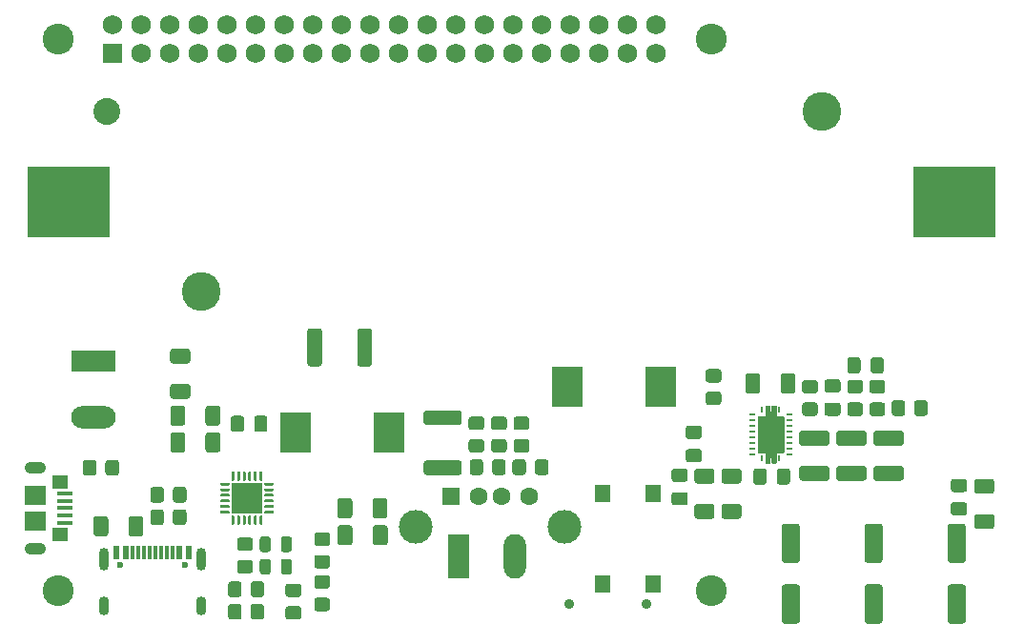
<source format=gbr>
%TF.GenerationSoftware,KiCad,Pcbnew,5.1.10-88a1d61d58~90~ubuntu20.04.1*%
%TF.CreationDate,2021-08-05T17:18:09+03:00*%
%TF.ProjectId,PiUPS,50695550-532e-46b6-9963-61645f706362,rev?*%
%TF.SameCoordinates,Original*%
%TF.FileFunction,Soldermask,Top*%
%TF.FilePolarity,Negative*%
%FSLAX46Y46*%
G04 Gerber Fmt 4.6, Leading zero omitted, Abs format (unit mm)*
G04 Created by KiCad (PCBNEW 5.1.10-88a1d61d58~90~ubuntu20.04.1) date 2021-08-05 17:18:09*
%MOMM*%
%LPD*%
G01*
G04 APERTURE LIST*
%ADD10C,0.010000*%
%ADD11C,0.300000*%
%ADD12R,2.050000X3.050000*%
%ADD13R,0.600000X0.240000*%
%ADD14R,0.240000X0.600000*%
%ADD15R,2.700000X2.700000*%
%ADD16C,0.900000*%
%ADD17R,1.400000X1.600000*%
%ADD18R,2.700000X3.600000*%
%ADD19C,1.750000*%
%ADD20R,1.750000X1.750000*%
%ADD21C,2.750000*%
%ADD22O,1.980000X3.960000*%
%ADD23R,1.980000X3.960000*%
%ADD24C,1.600000*%
%ADD25R,1.600000X1.600000*%
%ADD26C,3.000000*%
%ADD27O,3.960000X1.980000*%
%ADD28R,3.960000X1.980000*%
%ADD29R,1.450000X1.150000*%
%ADD30O,1.900000X1.050000*%
%ADD31R,1.900000X1.750000*%
%ADD32R,1.400000X0.400000*%
%ADD33R,0.600000X1.160000*%
%ADD34C,0.600000*%
%ADD35R,0.300000X1.160000*%
%ADD36O,0.900000X1.700000*%
%ADD37O,0.900000X2.000000*%
%ADD38C,2.390000*%
%ADD39C,3.450000*%
%ADD40R,7.340000X6.350000*%
G04 APERTURE END LIST*
D10*
%TO.C,U3*%
G36*
X132698000Y-104398000D02*
G01*
X132698000Y-103625000D01*
X132698208Y-103617045D01*
X132698833Y-103609112D01*
X132699871Y-103601222D01*
X132701322Y-103593397D01*
X132703179Y-103585660D01*
X132705439Y-103578029D01*
X132708096Y-103570528D01*
X132711141Y-103563176D01*
X132714567Y-103555993D01*
X132718364Y-103549000D01*
X132722522Y-103542215D01*
X132727029Y-103535657D01*
X132731874Y-103529343D01*
X132737042Y-103523292D01*
X132742520Y-103517520D01*
X132748292Y-103512042D01*
X132754343Y-103506874D01*
X132760657Y-103502029D01*
X132767215Y-103497522D01*
X132774000Y-103493364D01*
X132780993Y-103489567D01*
X132788176Y-103486141D01*
X132795528Y-103483096D01*
X132803029Y-103480439D01*
X132810660Y-103478179D01*
X132818397Y-103476322D01*
X132826222Y-103474871D01*
X132834112Y-103473833D01*
X132842045Y-103473208D01*
X132850000Y-103473000D01*
X132950000Y-103473000D01*
X132957955Y-103473208D01*
X132965888Y-103473833D01*
X132973778Y-103474871D01*
X132981603Y-103476322D01*
X132989340Y-103478179D01*
X132996971Y-103480439D01*
X133004472Y-103483096D01*
X133011824Y-103486141D01*
X133019007Y-103489567D01*
X133026000Y-103493364D01*
X133032785Y-103497522D01*
X133039343Y-103502029D01*
X133045657Y-103506874D01*
X133051708Y-103512042D01*
X133057480Y-103517520D01*
X133062958Y-103523292D01*
X133068126Y-103529343D01*
X133072971Y-103535657D01*
X133077478Y-103542215D01*
X133081636Y-103549000D01*
X133085433Y-103555993D01*
X133088859Y-103563176D01*
X133091904Y-103570528D01*
X133094561Y-103578029D01*
X133096821Y-103585660D01*
X133098678Y-103593397D01*
X133100129Y-103601222D01*
X133101167Y-103609112D01*
X133101792Y-103617045D01*
X133102000Y-103625000D01*
X133102000Y-103998000D01*
X133247000Y-103998000D01*
X133248000Y-103998000D01*
X133248000Y-103623000D01*
X133248206Y-103615150D01*
X133248822Y-103607321D01*
X133249847Y-103599535D01*
X133251278Y-103591813D01*
X133253111Y-103584177D01*
X133255342Y-103576647D01*
X133257963Y-103569245D01*
X133260968Y-103561990D01*
X133264349Y-103554901D01*
X133268096Y-103548000D01*
X133272199Y-103541304D01*
X133276647Y-103534832D01*
X133281428Y-103528602D01*
X133286528Y-103522630D01*
X133291934Y-103516934D01*
X133297630Y-103511528D01*
X133303602Y-103506428D01*
X133309832Y-103501647D01*
X133316304Y-103497199D01*
X133323000Y-103493096D01*
X133329901Y-103489349D01*
X133336990Y-103485968D01*
X133344245Y-103482963D01*
X133351647Y-103480342D01*
X133359177Y-103478111D01*
X133366813Y-103476278D01*
X133374535Y-103474847D01*
X133382321Y-103473822D01*
X133390150Y-103473206D01*
X133398000Y-103473000D01*
X133501000Y-103473000D01*
X133508903Y-103473207D01*
X133516784Y-103473827D01*
X133524622Y-103474859D01*
X133532395Y-103476300D01*
X133540082Y-103478145D01*
X133547662Y-103480390D01*
X133555114Y-103483029D01*
X133562417Y-103486055D01*
X133569553Y-103489458D01*
X133576500Y-103493230D01*
X133583240Y-103497361D01*
X133589756Y-103501838D01*
X133596027Y-103506651D01*
X133602039Y-103511785D01*
X133607773Y-103517227D01*
X133613215Y-103522961D01*
X133618349Y-103528973D01*
X133623162Y-103535244D01*
X133627639Y-103541760D01*
X133631770Y-103548500D01*
X133635542Y-103555447D01*
X133638945Y-103562583D01*
X133641971Y-103569886D01*
X133644610Y-103577338D01*
X133646855Y-103584918D01*
X133648700Y-103592605D01*
X133650141Y-103600378D01*
X133651173Y-103608216D01*
X133651793Y-103616097D01*
X133652000Y-103624000D01*
X133652000Y-104398000D01*
X134150000Y-104398000D01*
X134157955Y-104398208D01*
X134165888Y-104398833D01*
X134173778Y-104399871D01*
X134181603Y-104401322D01*
X134189340Y-104403179D01*
X134196971Y-104405439D01*
X134204472Y-104408096D01*
X134211824Y-104411141D01*
X134219007Y-104414567D01*
X134226000Y-104418364D01*
X134232785Y-104422522D01*
X134239343Y-104427029D01*
X134245657Y-104431874D01*
X134251708Y-104437042D01*
X134257480Y-104442520D01*
X134262958Y-104448292D01*
X134268126Y-104454343D01*
X134272971Y-104460657D01*
X134277478Y-104467215D01*
X134281636Y-104474000D01*
X134285433Y-104480993D01*
X134288859Y-104488176D01*
X134291904Y-104495528D01*
X134294561Y-104503029D01*
X134296821Y-104510660D01*
X134298678Y-104518397D01*
X134300129Y-104526222D01*
X134301167Y-104534112D01*
X134301792Y-104542045D01*
X134302000Y-104550000D01*
X134302000Y-107501000D01*
X134301794Y-107508850D01*
X134301178Y-107516679D01*
X134300153Y-107524465D01*
X134298722Y-107532187D01*
X134296889Y-107539823D01*
X134294658Y-107547353D01*
X134292037Y-107554755D01*
X134289032Y-107562010D01*
X134285651Y-107569099D01*
X134281904Y-107576000D01*
X134277801Y-107582696D01*
X134273353Y-107589168D01*
X134268572Y-107595398D01*
X134263472Y-107601370D01*
X134258066Y-107607066D01*
X134252370Y-107612472D01*
X134246398Y-107617572D01*
X134240168Y-107622353D01*
X134233696Y-107626801D01*
X134227000Y-107630904D01*
X134220099Y-107634651D01*
X134213010Y-107638032D01*
X134205755Y-107641037D01*
X134198353Y-107643658D01*
X134190823Y-107645889D01*
X134183187Y-107647722D01*
X134175465Y-107649153D01*
X134167679Y-107650178D01*
X134159850Y-107650794D01*
X134152000Y-107651000D01*
X133653000Y-107651000D01*
X133652948Y-107651001D01*
X133652895Y-107651005D01*
X133652844Y-107651012D01*
X133652792Y-107651022D01*
X133652741Y-107651034D01*
X133652691Y-107651049D01*
X133652642Y-107651066D01*
X133652593Y-107651086D01*
X133652546Y-107651109D01*
X133652500Y-107651134D01*
X133652455Y-107651161D01*
X133652412Y-107651191D01*
X133652371Y-107651223D01*
X133652331Y-107651257D01*
X133652293Y-107651293D01*
X133652257Y-107651331D01*
X133652223Y-107651371D01*
X133652191Y-107651412D01*
X133652161Y-107651455D01*
X133652134Y-107651500D01*
X133652109Y-107651546D01*
X133652086Y-107651593D01*
X133652066Y-107651642D01*
X133652049Y-107651691D01*
X133652034Y-107651741D01*
X133652022Y-107651792D01*
X133652012Y-107651844D01*
X133652005Y-107651895D01*
X133652001Y-107651948D01*
X133652000Y-107652000D01*
X133652000Y-108426000D01*
X133651794Y-108433850D01*
X133651178Y-108441679D01*
X133650153Y-108449465D01*
X133648722Y-108457187D01*
X133646889Y-108464823D01*
X133644658Y-108472353D01*
X133642037Y-108479755D01*
X133639032Y-108487010D01*
X133635651Y-108494099D01*
X133631904Y-108501000D01*
X133627801Y-108507696D01*
X133623353Y-108514168D01*
X133618572Y-108520398D01*
X133613472Y-108526370D01*
X133608066Y-108532066D01*
X133602370Y-108537472D01*
X133596398Y-108542572D01*
X133590168Y-108547353D01*
X133583696Y-108551801D01*
X133577000Y-108555904D01*
X133570099Y-108559651D01*
X133563010Y-108563032D01*
X133555755Y-108566037D01*
X133548353Y-108568658D01*
X133540823Y-108570889D01*
X133533187Y-108572722D01*
X133525465Y-108574153D01*
X133517679Y-108575178D01*
X133509850Y-108575794D01*
X133502000Y-108576000D01*
X133397000Y-108576000D01*
X133389202Y-108575796D01*
X133381425Y-108575184D01*
X133373691Y-108574166D01*
X133366021Y-108572744D01*
X133358436Y-108570923D01*
X133350956Y-108568707D01*
X133343603Y-108566103D01*
X133336396Y-108563118D01*
X133329355Y-108559760D01*
X133322500Y-108556038D01*
X133315849Y-108551962D01*
X133309420Y-108547544D01*
X133303231Y-108542795D01*
X133297300Y-108537729D01*
X133291641Y-108532359D01*
X133286271Y-108526700D01*
X133281205Y-108520769D01*
X133276456Y-108514580D01*
X133272038Y-108508151D01*
X133267962Y-108501500D01*
X133264240Y-108494645D01*
X133260882Y-108487604D01*
X133257897Y-108480397D01*
X133255293Y-108473044D01*
X133253077Y-108465564D01*
X133251256Y-108457979D01*
X133249834Y-108450309D01*
X133248816Y-108442575D01*
X133248204Y-108434798D01*
X133248000Y-108427000D01*
X133248000Y-108052000D01*
X133103000Y-108052000D01*
X133102948Y-108052001D01*
X133102895Y-108052005D01*
X133102844Y-108052012D01*
X133102792Y-108052022D01*
X133102741Y-108052034D01*
X133102691Y-108052049D01*
X133102642Y-108052066D01*
X133102593Y-108052086D01*
X133102546Y-108052109D01*
X133102500Y-108052134D01*
X133102455Y-108052161D01*
X133102412Y-108052191D01*
X133102371Y-108052223D01*
X133102331Y-108052257D01*
X133102293Y-108052293D01*
X133102257Y-108052331D01*
X133102223Y-108052371D01*
X133102191Y-108052412D01*
X133102161Y-108052455D01*
X133102134Y-108052500D01*
X133102109Y-108052546D01*
X133102086Y-108052593D01*
X133102066Y-108052642D01*
X133102049Y-108052691D01*
X133102034Y-108052741D01*
X133102022Y-108052792D01*
X133102012Y-108052844D01*
X133102005Y-108052895D01*
X133102001Y-108052948D01*
X133102000Y-108053000D01*
X133102000Y-108426000D01*
X133101794Y-108433850D01*
X133101178Y-108441679D01*
X133100153Y-108449465D01*
X133098722Y-108457187D01*
X133096889Y-108464823D01*
X133094658Y-108472353D01*
X133092037Y-108479755D01*
X133089032Y-108487010D01*
X133085651Y-108494099D01*
X133081904Y-108501000D01*
X133077801Y-108507696D01*
X133073353Y-108514168D01*
X133068572Y-108520398D01*
X133063472Y-108526370D01*
X133058066Y-108532066D01*
X133052370Y-108537472D01*
X133046398Y-108542572D01*
X133040168Y-108547353D01*
X133033696Y-108551801D01*
X133027000Y-108555904D01*
X133020099Y-108559651D01*
X133013010Y-108563032D01*
X133005755Y-108566037D01*
X132998353Y-108568658D01*
X132990823Y-108570889D01*
X132983187Y-108572722D01*
X132975465Y-108574153D01*
X132967679Y-108575178D01*
X132959850Y-108575794D01*
X132952000Y-108576000D01*
X132846000Y-108576000D01*
X132838254Y-108575797D01*
X132830530Y-108575189D01*
X132822848Y-108574178D01*
X132815229Y-108572766D01*
X132807695Y-108570957D01*
X132800265Y-108568756D01*
X132792962Y-108566170D01*
X132785803Y-108563205D01*
X132778809Y-108559869D01*
X132772000Y-108556172D01*
X132765393Y-108552123D01*
X132759008Y-108547735D01*
X132752861Y-108543018D01*
X132746969Y-108537985D01*
X132741348Y-108532652D01*
X132736015Y-108527031D01*
X132730982Y-108521139D01*
X132726265Y-108514992D01*
X132721877Y-108508607D01*
X132717828Y-108502000D01*
X132714131Y-108495191D01*
X132710795Y-108488197D01*
X132707830Y-108481038D01*
X132705244Y-108473735D01*
X132703043Y-108466305D01*
X132701234Y-108458771D01*
X132699822Y-108451152D01*
X132698811Y-108443470D01*
X132698203Y-108435746D01*
X132698000Y-108428000D01*
X132698000Y-107652000D01*
X132200000Y-107652000D01*
X132192045Y-107651792D01*
X132184112Y-107651167D01*
X132176222Y-107650129D01*
X132168397Y-107648678D01*
X132160660Y-107646821D01*
X132153029Y-107644561D01*
X132145528Y-107641904D01*
X132138176Y-107638859D01*
X132130993Y-107635433D01*
X132124000Y-107631636D01*
X132117215Y-107627478D01*
X132110657Y-107622971D01*
X132104343Y-107618126D01*
X132098292Y-107612958D01*
X132092520Y-107607480D01*
X132087042Y-107601708D01*
X132081874Y-107595657D01*
X132077029Y-107589343D01*
X132072522Y-107582785D01*
X132068364Y-107576000D01*
X132064567Y-107569007D01*
X132061141Y-107561824D01*
X132058096Y-107554472D01*
X132055439Y-107546971D01*
X132053179Y-107539340D01*
X132051322Y-107531603D01*
X132049871Y-107523778D01*
X132048833Y-107515888D01*
X132048208Y-107507955D01*
X132048000Y-107500000D01*
X132048000Y-104551000D01*
X132048208Y-104543045D01*
X132048833Y-104535112D01*
X132049871Y-104527222D01*
X132051322Y-104519397D01*
X132053179Y-104511660D01*
X132055439Y-104504029D01*
X132058096Y-104496528D01*
X132061141Y-104489176D01*
X132064567Y-104481993D01*
X132068364Y-104475000D01*
X132072522Y-104468215D01*
X132077029Y-104461657D01*
X132081874Y-104455343D01*
X132087042Y-104449292D01*
X132092520Y-104443520D01*
X132098292Y-104438042D01*
X132104343Y-104432874D01*
X132110657Y-104428029D01*
X132117215Y-104423522D01*
X132124000Y-104419364D01*
X132130993Y-104415567D01*
X132138176Y-104412141D01*
X132145528Y-104409096D01*
X132153029Y-104406439D01*
X132160660Y-104404179D01*
X132168397Y-104402322D01*
X132176222Y-104400871D01*
X132184112Y-104399833D01*
X132192045Y-104399208D01*
X132200000Y-104399000D01*
X132697000Y-104399000D01*
X132697052Y-104398999D01*
X132697105Y-104398995D01*
X132697156Y-104398988D01*
X132697208Y-104398978D01*
X132697259Y-104398966D01*
X132697309Y-104398951D01*
X132697358Y-104398934D01*
X132697407Y-104398914D01*
X132697454Y-104398891D01*
X132697500Y-104398866D01*
X132697545Y-104398839D01*
X132697588Y-104398809D01*
X132697629Y-104398777D01*
X132697669Y-104398743D01*
X132697707Y-104398707D01*
X132697743Y-104398669D01*
X132697777Y-104398629D01*
X132697809Y-104398588D01*
X132697839Y-104398545D01*
X132697866Y-104398500D01*
X132697891Y-104398454D01*
X132697914Y-104398407D01*
X132697934Y-104398358D01*
X132697951Y-104398309D01*
X132697966Y-104398259D01*
X132697978Y-104398208D01*
X132697988Y-104398156D01*
X132697995Y-104398105D01*
X132697999Y-104398052D01*
X132698000Y-104398000D01*
G37*
X132698000Y-104398000D02*
X132698000Y-103625000D01*
X132698208Y-103617045D01*
X132698833Y-103609112D01*
X132699871Y-103601222D01*
X132701322Y-103593397D01*
X132703179Y-103585660D01*
X132705439Y-103578029D01*
X132708096Y-103570528D01*
X132711141Y-103563176D01*
X132714567Y-103555993D01*
X132718364Y-103549000D01*
X132722522Y-103542215D01*
X132727029Y-103535657D01*
X132731874Y-103529343D01*
X132737042Y-103523292D01*
X132742520Y-103517520D01*
X132748292Y-103512042D01*
X132754343Y-103506874D01*
X132760657Y-103502029D01*
X132767215Y-103497522D01*
X132774000Y-103493364D01*
X132780993Y-103489567D01*
X132788176Y-103486141D01*
X132795528Y-103483096D01*
X132803029Y-103480439D01*
X132810660Y-103478179D01*
X132818397Y-103476322D01*
X132826222Y-103474871D01*
X132834112Y-103473833D01*
X132842045Y-103473208D01*
X132850000Y-103473000D01*
X132950000Y-103473000D01*
X132957955Y-103473208D01*
X132965888Y-103473833D01*
X132973778Y-103474871D01*
X132981603Y-103476322D01*
X132989340Y-103478179D01*
X132996971Y-103480439D01*
X133004472Y-103483096D01*
X133011824Y-103486141D01*
X133019007Y-103489567D01*
X133026000Y-103493364D01*
X133032785Y-103497522D01*
X133039343Y-103502029D01*
X133045657Y-103506874D01*
X133051708Y-103512042D01*
X133057480Y-103517520D01*
X133062958Y-103523292D01*
X133068126Y-103529343D01*
X133072971Y-103535657D01*
X133077478Y-103542215D01*
X133081636Y-103549000D01*
X133085433Y-103555993D01*
X133088859Y-103563176D01*
X133091904Y-103570528D01*
X133094561Y-103578029D01*
X133096821Y-103585660D01*
X133098678Y-103593397D01*
X133100129Y-103601222D01*
X133101167Y-103609112D01*
X133101792Y-103617045D01*
X133102000Y-103625000D01*
X133102000Y-103998000D01*
X133247000Y-103998000D01*
X133248000Y-103998000D01*
X133248000Y-103623000D01*
X133248206Y-103615150D01*
X133248822Y-103607321D01*
X133249847Y-103599535D01*
X133251278Y-103591813D01*
X133253111Y-103584177D01*
X133255342Y-103576647D01*
X133257963Y-103569245D01*
X133260968Y-103561990D01*
X133264349Y-103554901D01*
X133268096Y-103548000D01*
X133272199Y-103541304D01*
X133276647Y-103534832D01*
X133281428Y-103528602D01*
X133286528Y-103522630D01*
X133291934Y-103516934D01*
X133297630Y-103511528D01*
X133303602Y-103506428D01*
X133309832Y-103501647D01*
X133316304Y-103497199D01*
X133323000Y-103493096D01*
X133329901Y-103489349D01*
X133336990Y-103485968D01*
X133344245Y-103482963D01*
X133351647Y-103480342D01*
X133359177Y-103478111D01*
X133366813Y-103476278D01*
X133374535Y-103474847D01*
X133382321Y-103473822D01*
X133390150Y-103473206D01*
X133398000Y-103473000D01*
X133501000Y-103473000D01*
X133508903Y-103473207D01*
X133516784Y-103473827D01*
X133524622Y-103474859D01*
X133532395Y-103476300D01*
X133540082Y-103478145D01*
X133547662Y-103480390D01*
X133555114Y-103483029D01*
X133562417Y-103486055D01*
X133569553Y-103489458D01*
X133576500Y-103493230D01*
X133583240Y-103497361D01*
X133589756Y-103501838D01*
X133596027Y-103506651D01*
X133602039Y-103511785D01*
X133607773Y-103517227D01*
X133613215Y-103522961D01*
X133618349Y-103528973D01*
X133623162Y-103535244D01*
X133627639Y-103541760D01*
X133631770Y-103548500D01*
X133635542Y-103555447D01*
X133638945Y-103562583D01*
X133641971Y-103569886D01*
X133644610Y-103577338D01*
X133646855Y-103584918D01*
X133648700Y-103592605D01*
X133650141Y-103600378D01*
X133651173Y-103608216D01*
X133651793Y-103616097D01*
X133652000Y-103624000D01*
X133652000Y-104398000D01*
X134150000Y-104398000D01*
X134157955Y-104398208D01*
X134165888Y-104398833D01*
X134173778Y-104399871D01*
X134181603Y-104401322D01*
X134189340Y-104403179D01*
X134196971Y-104405439D01*
X134204472Y-104408096D01*
X134211824Y-104411141D01*
X134219007Y-104414567D01*
X134226000Y-104418364D01*
X134232785Y-104422522D01*
X134239343Y-104427029D01*
X134245657Y-104431874D01*
X134251708Y-104437042D01*
X134257480Y-104442520D01*
X134262958Y-104448292D01*
X134268126Y-104454343D01*
X134272971Y-104460657D01*
X134277478Y-104467215D01*
X134281636Y-104474000D01*
X134285433Y-104480993D01*
X134288859Y-104488176D01*
X134291904Y-104495528D01*
X134294561Y-104503029D01*
X134296821Y-104510660D01*
X134298678Y-104518397D01*
X134300129Y-104526222D01*
X134301167Y-104534112D01*
X134301792Y-104542045D01*
X134302000Y-104550000D01*
X134302000Y-107501000D01*
X134301794Y-107508850D01*
X134301178Y-107516679D01*
X134300153Y-107524465D01*
X134298722Y-107532187D01*
X134296889Y-107539823D01*
X134294658Y-107547353D01*
X134292037Y-107554755D01*
X134289032Y-107562010D01*
X134285651Y-107569099D01*
X134281904Y-107576000D01*
X134277801Y-107582696D01*
X134273353Y-107589168D01*
X134268572Y-107595398D01*
X134263472Y-107601370D01*
X134258066Y-107607066D01*
X134252370Y-107612472D01*
X134246398Y-107617572D01*
X134240168Y-107622353D01*
X134233696Y-107626801D01*
X134227000Y-107630904D01*
X134220099Y-107634651D01*
X134213010Y-107638032D01*
X134205755Y-107641037D01*
X134198353Y-107643658D01*
X134190823Y-107645889D01*
X134183187Y-107647722D01*
X134175465Y-107649153D01*
X134167679Y-107650178D01*
X134159850Y-107650794D01*
X134152000Y-107651000D01*
X133653000Y-107651000D01*
X133652948Y-107651001D01*
X133652895Y-107651005D01*
X133652844Y-107651012D01*
X133652792Y-107651022D01*
X133652741Y-107651034D01*
X133652691Y-107651049D01*
X133652642Y-107651066D01*
X133652593Y-107651086D01*
X133652546Y-107651109D01*
X133652500Y-107651134D01*
X133652455Y-107651161D01*
X133652412Y-107651191D01*
X133652371Y-107651223D01*
X133652331Y-107651257D01*
X133652293Y-107651293D01*
X133652257Y-107651331D01*
X133652223Y-107651371D01*
X133652191Y-107651412D01*
X133652161Y-107651455D01*
X133652134Y-107651500D01*
X133652109Y-107651546D01*
X133652086Y-107651593D01*
X133652066Y-107651642D01*
X133652049Y-107651691D01*
X133652034Y-107651741D01*
X133652022Y-107651792D01*
X133652012Y-107651844D01*
X133652005Y-107651895D01*
X133652001Y-107651948D01*
X133652000Y-107652000D01*
X133652000Y-108426000D01*
X133651794Y-108433850D01*
X133651178Y-108441679D01*
X133650153Y-108449465D01*
X133648722Y-108457187D01*
X133646889Y-108464823D01*
X133644658Y-108472353D01*
X133642037Y-108479755D01*
X133639032Y-108487010D01*
X133635651Y-108494099D01*
X133631904Y-108501000D01*
X133627801Y-108507696D01*
X133623353Y-108514168D01*
X133618572Y-108520398D01*
X133613472Y-108526370D01*
X133608066Y-108532066D01*
X133602370Y-108537472D01*
X133596398Y-108542572D01*
X133590168Y-108547353D01*
X133583696Y-108551801D01*
X133577000Y-108555904D01*
X133570099Y-108559651D01*
X133563010Y-108563032D01*
X133555755Y-108566037D01*
X133548353Y-108568658D01*
X133540823Y-108570889D01*
X133533187Y-108572722D01*
X133525465Y-108574153D01*
X133517679Y-108575178D01*
X133509850Y-108575794D01*
X133502000Y-108576000D01*
X133397000Y-108576000D01*
X133389202Y-108575796D01*
X133381425Y-108575184D01*
X133373691Y-108574166D01*
X133366021Y-108572744D01*
X133358436Y-108570923D01*
X133350956Y-108568707D01*
X133343603Y-108566103D01*
X133336396Y-108563118D01*
X133329355Y-108559760D01*
X133322500Y-108556038D01*
X133315849Y-108551962D01*
X133309420Y-108547544D01*
X133303231Y-108542795D01*
X133297300Y-108537729D01*
X133291641Y-108532359D01*
X133286271Y-108526700D01*
X133281205Y-108520769D01*
X133276456Y-108514580D01*
X133272038Y-108508151D01*
X133267962Y-108501500D01*
X133264240Y-108494645D01*
X133260882Y-108487604D01*
X133257897Y-108480397D01*
X133255293Y-108473044D01*
X133253077Y-108465564D01*
X133251256Y-108457979D01*
X133249834Y-108450309D01*
X133248816Y-108442575D01*
X133248204Y-108434798D01*
X133248000Y-108427000D01*
X133248000Y-108052000D01*
X133103000Y-108052000D01*
X133102948Y-108052001D01*
X133102895Y-108052005D01*
X133102844Y-108052012D01*
X133102792Y-108052022D01*
X133102741Y-108052034D01*
X133102691Y-108052049D01*
X133102642Y-108052066D01*
X133102593Y-108052086D01*
X133102546Y-108052109D01*
X133102500Y-108052134D01*
X133102455Y-108052161D01*
X133102412Y-108052191D01*
X133102371Y-108052223D01*
X133102331Y-108052257D01*
X133102293Y-108052293D01*
X133102257Y-108052331D01*
X133102223Y-108052371D01*
X133102191Y-108052412D01*
X133102161Y-108052455D01*
X133102134Y-108052500D01*
X133102109Y-108052546D01*
X133102086Y-108052593D01*
X133102066Y-108052642D01*
X133102049Y-108052691D01*
X133102034Y-108052741D01*
X133102022Y-108052792D01*
X133102012Y-108052844D01*
X133102005Y-108052895D01*
X133102001Y-108052948D01*
X133102000Y-108053000D01*
X133102000Y-108426000D01*
X133101794Y-108433850D01*
X133101178Y-108441679D01*
X133100153Y-108449465D01*
X133098722Y-108457187D01*
X133096889Y-108464823D01*
X133094658Y-108472353D01*
X133092037Y-108479755D01*
X133089032Y-108487010D01*
X133085651Y-108494099D01*
X133081904Y-108501000D01*
X133077801Y-108507696D01*
X133073353Y-108514168D01*
X133068572Y-108520398D01*
X133063472Y-108526370D01*
X133058066Y-108532066D01*
X133052370Y-108537472D01*
X133046398Y-108542572D01*
X133040168Y-108547353D01*
X133033696Y-108551801D01*
X133027000Y-108555904D01*
X133020099Y-108559651D01*
X133013010Y-108563032D01*
X133005755Y-108566037D01*
X132998353Y-108568658D01*
X132990823Y-108570889D01*
X132983187Y-108572722D01*
X132975465Y-108574153D01*
X132967679Y-108575178D01*
X132959850Y-108575794D01*
X132952000Y-108576000D01*
X132846000Y-108576000D01*
X132838254Y-108575797D01*
X132830530Y-108575189D01*
X132822848Y-108574178D01*
X132815229Y-108572766D01*
X132807695Y-108570957D01*
X132800265Y-108568756D01*
X132792962Y-108566170D01*
X132785803Y-108563205D01*
X132778809Y-108559869D01*
X132772000Y-108556172D01*
X132765393Y-108552123D01*
X132759008Y-108547735D01*
X132752861Y-108543018D01*
X132746969Y-108537985D01*
X132741348Y-108532652D01*
X132736015Y-108527031D01*
X132730982Y-108521139D01*
X132726265Y-108514992D01*
X132721877Y-108508607D01*
X132717828Y-108502000D01*
X132714131Y-108495191D01*
X132710795Y-108488197D01*
X132707830Y-108481038D01*
X132705244Y-108473735D01*
X132703043Y-108466305D01*
X132701234Y-108458771D01*
X132699822Y-108451152D01*
X132698811Y-108443470D01*
X132698203Y-108435746D01*
X132698000Y-108428000D01*
X132698000Y-107652000D01*
X132200000Y-107652000D01*
X132192045Y-107651792D01*
X132184112Y-107651167D01*
X132176222Y-107650129D01*
X132168397Y-107648678D01*
X132160660Y-107646821D01*
X132153029Y-107644561D01*
X132145528Y-107641904D01*
X132138176Y-107638859D01*
X132130993Y-107635433D01*
X132124000Y-107631636D01*
X132117215Y-107627478D01*
X132110657Y-107622971D01*
X132104343Y-107618126D01*
X132098292Y-107612958D01*
X132092520Y-107607480D01*
X132087042Y-107601708D01*
X132081874Y-107595657D01*
X132077029Y-107589343D01*
X132072522Y-107582785D01*
X132068364Y-107576000D01*
X132064567Y-107569007D01*
X132061141Y-107561824D01*
X132058096Y-107554472D01*
X132055439Y-107546971D01*
X132053179Y-107539340D01*
X132051322Y-107531603D01*
X132049871Y-107523778D01*
X132048833Y-107515888D01*
X132048208Y-107507955D01*
X132048000Y-107500000D01*
X132048000Y-104551000D01*
X132048208Y-104543045D01*
X132048833Y-104535112D01*
X132049871Y-104527222D01*
X132051322Y-104519397D01*
X132053179Y-104511660D01*
X132055439Y-104504029D01*
X132058096Y-104496528D01*
X132061141Y-104489176D01*
X132064567Y-104481993D01*
X132068364Y-104475000D01*
X132072522Y-104468215D01*
X132077029Y-104461657D01*
X132081874Y-104455343D01*
X132087042Y-104449292D01*
X132092520Y-104443520D01*
X132098292Y-104438042D01*
X132104343Y-104432874D01*
X132110657Y-104428029D01*
X132117215Y-104423522D01*
X132124000Y-104419364D01*
X132130993Y-104415567D01*
X132138176Y-104412141D01*
X132145528Y-104409096D01*
X132153029Y-104406439D01*
X132160660Y-104404179D01*
X132168397Y-104402322D01*
X132176222Y-104400871D01*
X132184112Y-104399833D01*
X132192045Y-104399208D01*
X132200000Y-104399000D01*
X132697000Y-104399000D01*
X132697052Y-104398999D01*
X132697105Y-104398995D01*
X132697156Y-104398988D01*
X132697208Y-104398978D01*
X132697259Y-104398966D01*
X132697309Y-104398951D01*
X132697358Y-104398934D01*
X132697407Y-104398914D01*
X132697454Y-104398891D01*
X132697500Y-104398866D01*
X132697545Y-104398839D01*
X132697588Y-104398809D01*
X132697629Y-104398777D01*
X132697669Y-104398743D01*
X132697707Y-104398707D01*
X132697743Y-104398669D01*
X132697777Y-104398629D01*
X132697809Y-104398588D01*
X132697839Y-104398545D01*
X132697866Y-104398500D01*
X132697891Y-104398454D01*
X132697914Y-104398407D01*
X132697934Y-104398358D01*
X132697951Y-104398309D01*
X132697966Y-104398259D01*
X132697978Y-104398208D01*
X132697988Y-104398156D01*
X132697995Y-104398105D01*
X132697999Y-104398052D01*
X132698000Y-104398000D01*
%TD*%
%TO.C,C23*%
G36*
G01*
X150250000Y-117460000D02*
X149150000Y-117460000D01*
G75*
G02*
X148900000Y-117210000I0J250000D01*
G01*
X148900000Y-114210000D01*
G75*
G02*
X149150000Y-113960000I250000J0D01*
G01*
X150250000Y-113960000D01*
G75*
G02*
X150500000Y-114210000I0J-250000D01*
G01*
X150500000Y-117210000D01*
G75*
G02*
X150250000Y-117460000I-250000J0D01*
G01*
G37*
G36*
G01*
X150250000Y-122860000D02*
X149150000Y-122860000D01*
G75*
G02*
X148900000Y-122610000I0J250000D01*
G01*
X148900000Y-119610000D01*
G75*
G02*
X149150000Y-119360000I250000J0D01*
G01*
X150250000Y-119360000D01*
G75*
G02*
X150500000Y-119610000I0J-250000D01*
G01*
X150500000Y-122610000D01*
G75*
G02*
X150250000Y-122860000I-250000J0D01*
G01*
G37*
%TD*%
%TO.C,C22*%
G36*
G01*
X135520000Y-117460000D02*
X134420000Y-117460000D01*
G75*
G02*
X134170000Y-117210000I0J250000D01*
G01*
X134170000Y-114210000D01*
G75*
G02*
X134420000Y-113960000I250000J0D01*
G01*
X135520000Y-113960000D01*
G75*
G02*
X135770000Y-114210000I0J-250000D01*
G01*
X135770000Y-117210000D01*
G75*
G02*
X135520000Y-117460000I-250000J0D01*
G01*
G37*
G36*
G01*
X135520000Y-122860000D02*
X134420000Y-122860000D01*
G75*
G02*
X134170000Y-122610000I0J250000D01*
G01*
X134170000Y-119610000D01*
G75*
G02*
X134420000Y-119360000I250000J0D01*
G01*
X135520000Y-119360000D01*
G75*
G02*
X135770000Y-119610000I0J-250000D01*
G01*
X135770000Y-122610000D01*
G75*
G02*
X135520000Y-122860000I-250000J0D01*
G01*
G37*
%TD*%
%TO.C,C21*%
G36*
G01*
X142870000Y-117460000D02*
X141770000Y-117460000D01*
G75*
G02*
X141520000Y-117210000I0J250000D01*
G01*
X141520000Y-114210000D01*
G75*
G02*
X141770000Y-113960000I250000J0D01*
G01*
X142870000Y-113960000D01*
G75*
G02*
X143120000Y-114210000I0J-250000D01*
G01*
X143120000Y-117210000D01*
G75*
G02*
X142870000Y-117460000I-250000J0D01*
G01*
G37*
G36*
G01*
X142870000Y-122860000D02*
X141770000Y-122860000D01*
G75*
G02*
X141520000Y-122610000I0J250000D01*
G01*
X141520000Y-119610000D01*
G75*
G02*
X141770000Y-119360000I250000J0D01*
G01*
X142870000Y-119360000D01*
G75*
G02*
X143120000Y-119610000I0J-250000D01*
G01*
X143120000Y-122610000D01*
G75*
G02*
X142870000Y-122860000I-250000J0D01*
G01*
G37*
%TD*%
%TO.C,C7*%
G36*
G01*
X144750001Y-107037500D02*
X142549999Y-107037500D01*
G75*
G02*
X142300000Y-106787501I0J249999D01*
G01*
X142300000Y-105962499D01*
G75*
G02*
X142549999Y-105712500I249999J0D01*
G01*
X144750001Y-105712500D01*
G75*
G02*
X145000000Y-105962499I0J-249999D01*
G01*
X145000000Y-106787501D01*
G75*
G02*
X144750001Y-107037500I-249999J0D01*
G01*
G37*
G36*
G01*
X144750001Y-110162500D02*
X142549999Y-110162500D01*
G75*
G02*
X142300000Y-109912501I0J249999D01*
G01*
X142300000Y-109087499D01*
G75*
G02*
X142549999Y-108837500I249999J0D01*
G01*
X144750001Y-108837500D01*
G75*
G02*
X145000000Y-109087499I0J-249999D01*
G01*
X145000000Y-109912501D01*
G75*
G02*
X144750001Y-110162500I-249999J0D01*
G01*
G37*
%TD*%
%TO.C,C6*%
G36*
G01*
X141450001Y-107037500D02*
X139249999Y-107037500D01*
G75*
G02*
X139000000Y-106787501I0J249999D01*
G01*
X139000000Y-105962499D01*
G75*
G02*
X139249999Y-105712500I249999J0D01*
G01*
X141450001Y-105712500D01*
G75*
G02*
X141700000Y-105962499I0J-249999D01*
G01*
X141700000Y-106787501D01*
G75*
G02*
X141450001Y-107037500I-249999J0D01*
G01*
G37*
G36*
G01*
X141450001Y-110162500D02*
X139249999Y-110162500D01*
G75*
G02*
X139000000Y-109912501I0J249999D01*
G01*
X139000000Y-109087499D01*
G75*
G02*
X139249999Y-108837500I249999J0D01*
G01*
X141450001Y-108837500D01*
G75*
G02*
X141700000Y-109087499I0J-249999D01*
G01*
X141700000Y-109912501D01*
G75*
G02*
X141450001Y-110162500I-249999J0D01*
G01*
G37*
%TD*%
%TO.C,C5*%
G36*
G01*
X138165001Y-107037500D02*
X135964999Y-107037500D01*
G75*
G02*
X135715000Y-106787501I0J249999D01*
G01*
X135715000Y-105962499D01*
G75*
G02*
X135964999Y-105712500I249999J0D01*
G01*
X138165001Y-105712500D01*
G75*
G02*
X138415000Y-105962499I0J-249999D01*
G01*
X138415000Y-106787501D01*
G75*
G02*
X138165001Y-107037500I-249999J0D01*
G01*
G37*
G36*
G01*
X138165001Y-110162500D02*
X135964999Y-110162500D01*
G75*
G02*
X135715000Y-109912501I0J249999D01*
G01*
X135715000Y-109087499D01*
G75*
G02*
X135964999Y-108837500I249999J0D01*
G01*
X138165001Y-108837500D01*
G75*
G02*
X138415000Y-109087499I0J-249999D01*
G01*
X138415000Y-109912501D01*
G75*
G02*
X138165001Y-110162500I-249999J0D01*
G01*
G37*
%TD*%
D11*
%TO.C,U3*%
X133175000Y-104750000D03*
X133175000Y-107300000D03*
X133950000Y-105500000D03*
X132400000Y-105500000D03*
X133175000Y-105500000D03*
X133950000Y-106550000D03*
X132400000Y-106550000D03*
X133175000Y-106550000D03*
D12*
X133175000Y-106025000D03*
D13*
X134825000Y-104275000D03*
X134825000Y-104775000D03*
X134825000Y-105275000D03*
X134825000Y-107775000D03*
X134825000Y-107275000D03*
X134825000Y-106775000D03*
X134825000Y-106275000D03*
X134825000Y-105775000D03*
X131525000Y-104275000D03*
X131525000Y-104775000D03*
X131525000Y-105275000D03*
X131525000Y-107775000D03*
X131525000Y-107275000D03*
X131525000Y-106775000D03*
X131525000Y-106275000D03*
X131525000Y-105775000D03*
D14*
X133925000Y-108175000D03*
X132425000Y-108175000D03*
X133925000Y-103875000D03*
X132425000Y-103875000D03*
%TD*%
D15*
%TO.C,U2*%
X86675000Y-111700000D03*
G36*
G01*
X85300000Y-110087500D02*
X85300000Y-109387500D01*
G75*
G02*
X85362500Y-109325000I62500J0D01*
G01*
X85487500Y-109325000D01*
G75*
G02*
X85550000Y-109387500I0J-62500D01*
G01*
X85550000Y-110087500D01*
G75*
G02*
X85487500Y-110150000I-62500J0D01*
G01*
X85362500Y-110150000D01*
G75*
G02*
X85300000Y-110087500I0J62500D01*
G01*
G37*
G36*
G01*
X85800000Y-110087500D02*
X85800000Y-109387500D01*
G75*
G02*
X85862500Y-109325000I62500J0D01*
G01*
X85987500Y-109325000D01*
G75*
G02*
X86050000Y-109387500I0J-62500D01*
G01*
X86050000Y-110087500D01*
G75*
G02*
X85987500Y-110150000I-62500J0D01*
G01*
X85862500Y-110150000D01*
G75*
G02*
X85800000Y-110087500I0J62500D01*
G01*
G37*
G36*
G01*
X86300000Y-110087500D02*
X86300000Y-109387500D01*
G75*
G02*
X86362500Y-109325000I62500J0D01*
G01*
X86487500Y-109325000D01*
G75*
G02*
X86550000Y-109387500I0J-62500D01*
G01*
X86550000Y-110087500D01*
G75*
G02*
X86487500Y-110150000I-62500J0D01*
G01*
X86362500Y-110150000D01*
G75*
G02*
X86300000Y-110087500I0J62500D01*
G01*
G37*
G36*
G01*
X86800000Y-110087500D02*
X86800000Y-109387500D01*
G75*
G02*
X86862500Y-109325000I62500J0D01*
G01*
X86987500Y-109325000D01*
G75*
G02*
X87050000Y-109387500I0J-62500D01*
G01*
X87050000Y-110087500D01*
G75*
G02*
X86987500Y-110150000I-62500J0D01*
G01*
X86862500Y-110150000D01*
G75*
G02*
X86800000Y-110087500I0J62500D01*
G01*
G37*
G36*
G01*
X87300000Y-110087500D02*
X87300000Y-109387500D01*
G75*
G02*
X87362500Y-109325000I62500J0D01*
G01*
X87487500Y-109325000D01*
G75*
G02*
X87550000Y-109387500I0J-62500D01*
G01*
X87550000Y-110087500D01*
G75*
G02*
X87487500Y-110150000I-62500J0D01*
G01*
X87362500Y-110150000D01*
G75*
G02*
X87300000Y-110087500I0J62500D01*
G01*
G37*
G36*
G01*
X87800000Y-110087500D02*
X87800000Y-109387500D01*
G75*
G02*
X87862500Y-109325000I62500J0D01*
G01*
X87987500Y-109325000D01*
G75*
G02*
X88050000Y-109387500I0J-62500D01*
G01*
X88050000Y-110087500D01*
G75*
G02*
X87987500Y-110150000I-62500J0D01*
G01*
X87862500Y-110150000D01*
G75*
G02*
X87800000Y-110087500I0J62500D01*
G01*
G37*
G36*
G01*
X88225000Y-110512500D02*
X88225000Y-110387500D01*
G75*
G02*
X88287500Y-110325000I62500J0D01*
G01*
X88987500Y-110325000D01*
G75*
G02*
X89050000Y-110387500I0J-62500D01*
G01*
X89050000Y-110512500D01*
G75*
G02*
X88987500Y-110575000I-62500J0D01*
G01*
X88287500Y-110575000D01*
G75*
G02*
X88225000Y-110512500I0J62500D01*
G01*
G37*
G36*
G01*
X88225000Y-111012500D02*
X88225000Y-110887500D01*
G75*
G02*
X88287500Y-110825000I62500J0D01*
G01*
X88987500Y-110825000D01*
G75*
G02*
X89050000Y-110887500I0J-62500D01*
G01*
X89050000Y-111012500D01*
G75*
G02*
X88987500Y-111075000I-62500J0D01*
G01*
X88287500Y-111075000D01*
G75*
G02*
X88225000Y-111012500I0J62500D01*
G01*
G37*
G36*
G01*
X88225000Y-111512500D02*
X88225000Y-111387500D01*
G75*
G02*
X88287500Y-111325000I62500J0D01*
G01*
X88987500Y-111325000D01*
G75*
G02*
X89050000Y-111387500I0J-62500D01*
G01*
X89050000Y-111512500D01*
G75*
G02*
X88987500Y-111575000I-62500J0D01*
G01*
X88287500Y-111575000D01*
G75*
G02*
X88225000Y-111512500I0J62500D01*
G01*
G37*
G36*
G01*
X88225000Y-112012500D02*
X88225000Y-111887500D01*
G75*
G02*
X88287500Y-111825000I62500J0D01*
G01*
X88987500Y-111825000D01*
G75*
G02*
X89050000Y-111887500I0J-62500D01*
G01*
X89050000Y-112012500D01*
G75*
G02*
X88987500Y-112075000I-62500J0D01*
G01*
X88287500Y-112075000D01*
G75*
G02*
X88225000Y-112012500I0J62500D01*
G01*
G37*
G36*
G01*
X88225000Y-112512500D02*
X88225000Y-112387500D01*
G75*
G02*
X88287500Y-112325000I62500J0D01*
G01*
X88987500Y-112325000D01*
G75*
G02*
X89050000Y-112387500I0J-62500D01*
G01*
X89050000Y-112512500D01*
G75*
G02*
X88987500Y-112575000I-62500J0D01*
G01*
X88287500Y-112575000D01*
G75*
G02*
X88225000Y-112512500I0J62500D01*
G01*
G37*
G36*
G01*
X88225000Y-113012500D02*
X88225000Y-112887500D01*
G75*
G02*
X88287500Y-112825000I62500J0D01*
G01*
X88987500Y-112825000D01*
G75*
G02*
X89050000Y-112887500I0J-62500D01*
G01*
X89050000Y-113012500D01*
G75*
G02*
X88987500Y-113075000I-62500J0D01*
G01*
X88287500Y-113075000D01*
G75*
G02*
X88225000Y-113012500I0J62500D01*
G01*
G37*
G36*
G01*
X87800000Y-114012500D02*
X87800000Y-113312500D01*
G75*
G02*
X87862500Y-113250000I62500J0D01*
G01*
X87987500Y-113250000D01*
G75*
G02*
X88050000Y-113312500I0J-62500D01*
G01*
X88050000Y-114012500D01*
G75*
G02*
X87987500Y-114075000I-62500J0D01*
G01*
X87862500Y-114075000D01*
G75*
G02*
X87800000Y-114012500I0J62500D01*
G01*
G37*
G36*
G01*
X87300000Y-114012500D02*
X87300000Y-113312500D01*
G75*
G02*
X87362500Y-113250000I62500J0D01*
G01*
X87487500Y-113250000D01*
G75*
G02*
X87550000Y-113312500I0J-62500D01*
G01*
X87550000Y-114012500D01*
G75*
G02*
X87487500Y-114075000I-62500J0D01*
G01*
X87362500Y-114075000D01*
G75*
G02*
X87300000Y-114012500I0J62500D01*
G01*
G37*
G36*
G01*
X86800000Y-114012500D02*
X86800000Y-113312500D01*
G75*
G02*
X86862500Y-113250000I62500J0D01*
G01*
X86987500Y-113250000D01*
G75*
G02*
X87050000Y-113312500I0J-62500D01*
G01*
X87050000Y-114012500D01*
G75*
G02*
X86987500Y-114075000I-62500J0D01*
G01*
X86862500Y-114075000D01*
G75*
G02*
X86800000Y-114012500I0J62500D01*
G01*
G37*
G36*
G01*
X86300000Y-114012500D02*
X86300000Y-113312500D01*
G75*
G02*
X86362500Y-113250000I62500J0D01*
G01*
X86487500Y-113250000D01*
G75*
G02*
X86550000Y-113312500I0J-62500D01*
G01*
X86550000Y-114012500D01*
G75*
G02*
X86487500Y-114075000I-62500J0D01*
G01*
X86362500Y-114075000D01*
G75*
G02*
X86300000Y-114012500I0J62500D01*
G01*
G37*
G36*
G01*
X85800000Y-114012500D02*
X85800000Y-113312500D01*
G75*
G02*
X85862500Y-113250000I62500J0D01*
G01*
X85987500Y-113250000D01*
G75*
G02*
X86050000Y-113312500I0J-62500D01*
G01*
X86050000Y-114012500D01*
G75*
G02*
X85987500Y-114075000I-62500J0D01*
G01*
X85862500Y-114075000D01*
G75*
G02*
X85800000Y-114012500I0J62500D01*
G01*
G37*
G36*
G01*
X85300000Y-114012500D02*
X85300000Y-113312500D01*
G75*
G02*
X85362500Y-113250000I62500J0D01*
G01*
X85487500Y-113250000D01*
G75*
G02*
X85550000Y-113312500I0J-62500D01*
G01*
X85550000Y-114012500D01*
G75*
G02*
X85487500Y-114075000I-62500J0D01*
G01*
X85362500Y-114075000D01*
G75*
G02*
X85300000Y-114012500I0J62500D01*
G01*
G37*
G36*
G01*
X84300000Y-113012500D02*
X84300000Y-112887500D01*
G75*
G02*
X84362500Y-112825000I62500J0D01*
G01*
X85062500Y-112825000D01*
G75*
G02*
X85125000Y-112887500I0J-62500D01*
G01*
X85125000Y-113012500D01*
G75*
G02*
X85062500Y-113075000I-62500J0D01*
G01*
X84362500Y-113075000D01*
G75*
G02*
X84300000Y-113012500I0J62500D01*
G01*
G37*
G36*
G01*
X84300000Y-112512500D02*
X84300000Y-112387500D01*
G75*
G02*
X84362500Y-112325000I62500J0D01*
G01*
X85062500Y-112325000D01*
G75*
G02*
X85125000Y-112387500I0J-62500D01*
G01*
X85125000Y-112512500D01*
G75*
G02*
X85062500Y-112575000I-62500J0D01*
G01*
X84362500Y-112575000D01*
G75*
G02*
X84300000Y-112512500I0J62500D01*
G01*
G37*
G36*
G01*
X84300000Y-112012500D02*
X84300000Y-111887500D01*
G75*
G02*
X84362500Y-111825000I62500J0D01*
G01*
X85062500Y-111825000D01*
G75*
G02*
X85125000Y-111887500I0J-62500D01*
G01*
X85125000Y-112012500D01*
G75*
G02*
X85062500Y-112075000I-62500J0D01*
G01*
X84362500Y-112075000D01*
G75*
G02*
X84300000Y-112012500I0J62500D01*
G01*
G37*
G36*
G01*
X84300000Y-111512500D02*
X84300000Y-111387500D01*
G75*
G02*
X84362500Y-111325000I62500J0D01*
G01*
X85062500Y-111325000D01*
G75*
G02*
X85125000Y-111387500I0J-62500D01*
G01*
X85125000Y-111512500D01*
G75*
G02*
X85062500Y-111575000I-62500J0D01*
G01*
X84362500Y-111575000D01*
G75*
G02*
X84300000Y-111512500I0J62500D01*
G01*
G37*
G36*
G01*
X84300000Y-111012500D02*
X84300000Y-110887500D01*
G75*
G02*
X84362500Y-110825000I62500J0D01*
G01*
X85062500Y-110825000D01*
G75*
G02*
X85125000Y-110887500I0J-62500D01*
G01*
X85125000Y-111012500D01*
G75*
G02*
X85062500Y-111075000I-62500J0D01*
G01*
X84362500Y-111075000D01*
G75*
G02*
X84300000Y-111012500I0J62500D01*
G01*
G37*
G36*
G01*
X84300000Y-110512500D02*
X84300000Y-110387500D01*
G75*
G02*
X84362500Y-110325000I62500J0D01*
G01*
X85062500Y-110325000D01*
G75*
G02*
X85125000Y-110387500I0J-62500D01*
G01*
X85125000Y-110512500D01*
G75*
G02*
X85062500Y-110575000I-62500J0D01*
G01*
X84362500Y-110575000D01*
G75*
G02*
X84300000Y-110512500I0J62500D01*
G01*
G37*
%TD*%
D16*
%TO.C,SW1*%
X115325000Y-121080000D03*
X122125000Y-121080000D03*
%TD*%
D17*
%TO.C,SW2*%
X118275000Y-111325000D03*
X118275000Y-119325000D03*
X122775000Y-111325000D03*
X122775000Y-119325000D03*
%TD*%
%TO.C,R21*%
G36*
G01*
X107500001Y-105650000D02*
X106599999Y-105650000D01*
G75*
G02*
X106350000Y-105400001I0J249999D01*
G01*
X106350000Y-104699999D01*
G75*
G02*
X106599999Y-104450000I249999J0D01*
G01*
X107500001Y-104450000D01*
G75*
G02*
X107750000Y-104699999I0J-249999D01*
G01*
X107750000Y-105400001D01*
G75*
G02*
X107500001Y-105650000I-249999J0D01*
G01*
G37*
G36*
G01*
X107500001Y-107650000D02*
X106599999Y-107650000D01*
G75*
G02*
X106350000Y-107400001I0J249999D01*
G01*
X106350000Y-106699999D01*
G75*
G02*
X106599999Y-106450000I249999J0D01*
G01*
X107500001Y-106450000D01*
G75*
G02*
X107750000Y-106699999I0J-249999D01*
G01*
X107750000Y-107400001D01*
G75*
G02*
X107500001Y-107650000I-249999J0D01*
G01*
G37*
%TD*%
%TO.C,R19*%
G36*
G01*
X108599999Y-106450000D02*
X109500001Y-106450000D01*
G75*
G02*
X109750000Y-106699999I0J-249999D01*
G01*
X109750000Y-107400001D01*
G75*
G02*
X109500001Y-107650000I-249999J0D01*
G01*
X108599999Y-107650000D01*
G75*
G02*
X108350000Y-107400001I0J249999D01*
G01*
X108350000Y-106699999D01*
G75*
G02*
X108599999Y-106450000I249999J0D01*
G01*
G37*
G36*
G01*
X108599999Y-104450000D02*
X109500001Y-104450000D01*
G75*
G02*
X109750000Y-104699999I0J-249999D01*
G01*
X109750000Y-105400001D01*
G75*
G02*
X109500001Y-105650000I-249999J0D01*
G01*
X108599999Y-105650000D01*
G75*
G02*
X108350000Y-105400001I0J249999D01*
G01*
X108350000Y-104699999D01*
G75*
G02*
X108599999Y-104450000I249999J0D01*
G01*
G37*
%TD*%
%TO.C,R26*%
G36*
G01*
X110599999Y-106450000D02*
X111500001Y-106450000D01*
G75*
G02*
X111750000Y-106699999I0J-249999D01*
G01*
X111750000Y-107400001D01*
G75*
G02*
X111500001Y-107650000I-249999J0D01*
G01*
X110599999Y-107650000D01*
G75*
G02*
X110350000Y-107400001I0J249999D01*
G01*
X110350000Y-106699999D01*
G75*
G02*
X110599999Y-106450000I249999J0D01*
G01*
G37*
G36*
G01*
X110599999Y-104450000D02*
X111500001Y-104450000D01*
G75*
G02*
X111750000Y-104699999I0J-249999D01*
G01*
X111750000Y-105400001D01*
G75*
G02*
X111500001Y-105650000I-249999J0D01*
G01*
X110599999Y-105650000D01*
G75*
G02*
X110350000Y-105400001I0J249999D01*
G01*
X110350000Y-104699999D01*
G75*
G02*
X110599999Y-104450000I249999J0D01*
G01*
G37*
%TD*%
%TO.C,R16*%
G36*
G01*
X112250000Y-109400001D02*
X112250000Y-108499999D01*
G75*
G02*
X112499999Y-108250000I249999J0D01*
G01*
X113200001Y-108250000D01*
G75*
G02*
X113450000Y-108499999I0J-249999D01*
G01*
X113450000Y-109400001D01*
G75*
G02*
X113200001Y-109650000I-249999J0D01*
G01*
X112499999Y-109650000D01*
G75*
G02*
X112250000Y-109400001I0J249999D01*
G01*
G37*
G36*
G01*
X110250000Y-109400001D02*
X110250000Y-108499999D01*
G75*
G02*
X110499999Y-108250000I249999J0D01*
G01*
X111200001Y-108250000D01*
G75*
G02*
X111450000Y-108499999I0J-249999D01*
G01*
X111450000Y-109400001D01*
G75*
G02*
X111200001Y-109650000I-249999J0D01*
G01*
X110499999Y-109650000D01*
G75*
G02*
X110250000Y-109400001I0J249999D01*
G01*
G37*
%TD*%
%TO.C,R20*%
G36*
G01*
X107650000Y-108499999D02*
X107650000Y-109400001D01*
G75*
G02*
X107400001Y-109650000I-249999J0D01*
G01*
X106699999Y-109650000D01*
G75*
G02*
X106450000Y-109400001I0J249999D01*
G01*
X106450000Y-108499999D01*
G75*
G02*
X106699999Y-108250000I249999J0D01*
G01*
X107400001Y-108250000D01*
G75*
G02*
X107650000Y-108499999I0J-249999D01*
G01*
G37*
G36*
G01*
X109650000Y-108499999D02*
X109650000Y-109400001D01*
G75*
G02*
X109400001Y-109650000I-249999J0D01*
G01*
X108699999Y-109650000D01*
G75*
G02*
X108450000Y-109400001I0J249999D01*
G01*
X108450000Y-108499999D01*
G75*
G02*
X108699999Y-108250000I249999J0D01*
G01*
X109400001Y-108250000D01*
G75*
G02*
X109650000Y-108499999I0J-249999D01*
G01*
G37*
%TD*%
%TO.C,R24*%
G36*
G01*
X140224999Y-103200000D02*
X141125001Y-103200000D01*
G75*
G02*
X141375000Y-103449999I0J-249999D01*
G01*
X141375000Y-104150001D01*
G75*
G02*
X141125001Y-104400000I-249999J0D01*
G01*
X140224999Y-104400000D01*
G75*
G02*
X139975000Y-104150001I0J249999D01*
G01*
X139975000Y-103449999D01*
G75*
G02*
X140224999Y-103200000I249999J0D01*
G01*
G37*
G36*
G01*
X140224999Y-101200000D02*
X141125001Y-101200000D01*
G75*
G02*
X141375000Y-101449999I0J-249999D01*
G01*
X141375000Y-102150001D01*
G75*
G02*
X141125001Y-102400000I-249999J0D01*
G01*
X140224999Y-102400000D01*
G75*
G02*
X139975000Y-102150001I0J249999D01*
G01*
X139975000Y-101449999D01*
G75*
G02*
X140224999Y-101200000I249999J0D01*
G01*
G37*
%TD*%
%TO.C,R27*%
G36*
G01*
X136224999Y-103200000D02*
X137125001Y-103200000D01*
G75*
G02*
X137375000Y-103449999I0J-249999D01*
G01*
X137375000Y-104150001D01*
G75*
G02*
X137125001Y-104400000I-249999J0D01*
G01*
X136224999Y-104400000D01*
G75*
G02*
X135975000Y-104150001I0J249999D01*
G01*
X135975000Y-103449999D01*
G75*
G02*
X136224999Y-103200000I249999J0D01*
G01*
G37*
G36*
G01*
X136224999Y-101200000D02*
X137125001Y-101200000D01*
G75*
G02*
X137375000Y-101449999I0J-249999D01*
G01*
X137375000Y-102150001D01*
G75*
G02*
X137125001Y-102400000I-249999J0D01*
G01*
X136224999Y-102400000D01*
G75*
G02*
X135975000Y-102150001I0J249999D01*
G01*
X135975000Y-101449999D01*
G75*
G02*
X136224999Y-101200000I249999J0D01*
G01*
G37*
%TD*%
%TO.C,R5*%
G36*
G01*
X145125000Y-103249999D02*
X145125000Y-104150001D01*
G75*
G02*
X144875001Y-104400000I-249999J0D01*
G01*
X144174999Y-104400000D01*
G75*
G02*
X143925000Y-104150001I0J249999D01*
G01*
X143925000Y-103249999D01*
G75*
G02*
X144174999Y-103000000I249999J0D01*
G01*
X144875001Y-103000000D01*
G75*
G02*
X145125000Y-103249999I0J-249999D01*
G01*
G37*
G36*
G01*
X147125000Y-103249999D02*
X147125000Y-104150001D01*
G75*
G02*
X146875001Y-104400000I-249999J0D01*
G01*
X146174999Y-104400000D01*
G75*
G02*
X145925000Y-104150001I0J249999D01*
G01*
X145925000Y-103249999D01*
G75*
G02*
X146174999Y-103000000I249999J0D01*
G01*
X146875001Y-103000000D01*
G75*
G02*
X147125000Y-103249999I0J-249999D01*
G01*
G37*
%TD*%
%TO.C,R1*%
G36*
G01*
X143100001Y-102400000D02*
X142199999Y-102400000D01*
G75*
G02*
X141950000Y-102150001I0J249999D01*
G01*
X141950000Y-101449999D01*
G75*
G02*
X142199999Y-101200000I249999J0D01*
G01*
X143100001Y-101200000D01*
G75*
G02*
X143350000Y-101449999I0J-249999D01*
G01*
X143350000Y-102150001D01*
G75*
G02*
X143100001Y-102400000I-249999J0D01*
G01*
G37*
G36*
G01*
X143100001Y-104400000D02*
X142199999Y-104400000D01*
G75*
G02*
X141950000Y-104150001I0J249999D01*
G01*
X141950000Y-103449999D01*
G75*
G02*
X142199999Y-103200000I249999J0D01*
G01*
X143100001Y-103200000D01*
G75*
G02*
X143350000Y-103449999I0J-249999D01*
G01*
X143350000Y-104150001D01*
G75*
G02*
X143100001Y-104400000I-249999J0D01*
G01*
G37*
%TD*%
%TO.C,R25*%
G36*
G01*
X128550001Y-101425000D02*
X127649999Y-101425000D01*
G75*
G02*
X127400000Y-101175001I0J249999D01*
G01*
X127400000Y-100474999D01*
G75*
G02*
X127649999Y-100225000I249999J0D01*
G01*
X128550001Y-100225000D01*
G75*
G02*
X128800000Y-100474999I0J-249999D01*
G01*
X128800000Y-101175001D01*
G75*
G02*
X128550001Y-101425000I-249999J0D01*
G01*
G37*
G36*
G01*
X128550001Y-103425000D02*
X127649999Y-103425000D01*
G75*
G02*
X127400000Y-103175001I0J249999D01*
G01*
X127400000Y-102474999D01*
G75*
G02*
X127649999Y-102225000I249999J0D01*
G01*
X128550001Y-102225000D01*
G75*
G02*
X128800000Y-102474999I0J-249999D01*
G01*
X128800000Y-103175001D01*
G75*
G02*
X128550001Y-103425000I-249999J0D01*
G01*
G37*
%TD*%
%TO.C,R15*%
G36*
G01*
X86200000Y-121349999D02*
X86200000Y-122250001D01*
G75*
G02*
X85950001Y-122500000I-249999J0D01*
G01*
X85249999Y-122500000D01*
G75*
G02*
X85000000Y-122250001I0J249999D01*
G01*
X85000000Y-121349999D01*
G75*
G02*
X85249999Y-121100000I249999J0D01*
G01*
X85950001Y-121100000D01*
G75*
G02*
X86200000Y-121349999I0J-249999D01*
G01*
G37*
G36*
G01*
X88200000Y-121349999D02*
X88200000Y-122250001D01*
G75*
G02*
X87950001Y-122500000I-249999J0D01*
G01*
X87249999Y-122500000D01*
G75*
G02*
X87000000Y-122250001I0J249999D01*
G01*
X87000000Y-121349999D01*
G75*
G02*
X87249999Y-121100000I249999J0D01*
G01*
X87950001Y-121100000D01*
G75*
G02*
X88200000Y-121349999I0J-249999D01*
G01*
G37*
%TD*%
%TO.C,R13*%
G36*
G01*
X86200000Y-119349999D02*
X86200000Y-120250001D01*
G75*
G02*
X85950001Y-120500000I-249999J0D01*
G01*
X85249999Y-120500000D01*
G75*
G02*
X85000000Y-120250001I0J249999D01*
G01*
X85000000Y-119349999D01*
G75*
G02*
X85249999Y-119100000I249999J0D01*
G01*
X85950001Y-119100000D01*
G75*
G02*
X86200000Y-119349999I0J-249999D01*
G01*
G37*
G36*
G01*
X88200000Y-119349999D02*
X88200000Y-120250001D01*
G75*
G02*
X87950001Y-120500000I-249999J0D01*
G01*
X87249999Y-120500000D01*
G75*
G02*
X87000000Y-120250001I0J249999D01*
G01*
X87000000Y-119349999D01*
G75*
G02*
X87249999Y-119100000I249999J0D01*
G01*
X87950001Y-119100000D01*
G75*
G02*
X88200000Y-119349999I0J-249999D01*
G01*
G37*
%TD*%
%TO.C,R31*%
G36*
G01*
X93800001Y-119750000D02*
X92899999Y-119750000D01*
G75*
G02*
X92650000Y-119500001I0J249999D01*
G01*
X92650000Y-118799999D01*
G75*
G02*
X92899999Y-118550000I249999J0D01*
G01*
X93800001Y-118550000D01*
G75*
G02*
X94050000Y-118799999I0J-249999D01*
G01*
X94050000Y-119500001D01*
G75*
G02*
X93800001Y-119750000I-249999J0D01*
G01*
G37*
G36*
G01*
X93800001Y-121750000D02*
X92899999Y-121750000D01*
G75*
G02*
X92650000Y-121500001I0J249999D01*
G01*
X92650000Y-120799999D01*
G75*
G02*
X92899999Y-120550000I249999J0D01*
G01*
X93800001Y-120550000D01*
G75*
G02*
X94050000Y-120799999I0J-249999D01*
G01*
X94050000Y-121500001D01*
G75*
G02*
X93800001Y-121750000I-249999J0D01*
G01*
G37*
%TD*%
%TO.C,R28*%
G36*
G01*
X93800001Y-115950000D02*
X92899999Y-115950000D01*
G75*
G02*
X92650000Y-115700001I0J249999D01*
G01*
X92650000Y-114999999D01*
G75*
G02*
X92899999Y-114750000I249999J0D01*
G01*
X93800001Y-114750000D01*
G75*
G02*
X94050000Y-114999999I0J-249999D01*
G01*
X94050000Y-115700001D01*
G75*
G02*
X93800001Y-115950000I-249999J0D01*
G01*
G37*
G36*
G01*
X93800001Y-117950000D02*
X92899999Y-117950000D01*
G75*
G02*
X92650000Y-117700001I0J249999D01*
G01*
X92650000Y-116999999D01*
G75*
G02*
X92899999Y-116750000I249999J0D01*
G01*
X93800001Y-116750000D01*
G75*
G02*
X94050000Y-116999999I0J-249999D01*
G01*
X94050000Y-117700001D01*
G75*
G02*
X93800001Y-117950000I-249999J0D01*
G01*
G37*
%TD*%
%TO.C,R33*%
G36*
G01*
X91250001Y-120500000D02*
X90349999Y-120500000D01*
G75*
G02*
X90100000Y-120250001I0J249999D01*
G01*
X90100000Y-119549999D01*
G75*
G02*
X90349999Y-119300000I249999J0D01*
G01*
X91250001Y-119300000D01*
G75*
G02*
X91500000Y-119549999I0J-249999D01*
G01*
X91500000Y-120250001D01*
G75*
G02*
X91250001Y-120500000I-249999J0D01*
G01*
G37*
G36*
G01*
X91250001Y-122500000D02*
X90349999Y-122500000D01*
G75*
G02*
X90100000Y-122250001I0J249999D01*
G01*
X90100000Y-121549999D01*
G75*
G02*
X90349999Y-121300000I249999J0D01*
G01*
X91250001Y-121300000D01*
G75*
G02*
X91500000Y-121549999I0J-249999D01*
G01*
X91500000Y-122250001D01*
G75*
G02*
X91250001Y-122500000I-249999J0D01*
G01*
G37*
%TD*%
%TO.C,R18*%
G36*
G01*
X86049999Y-117200000D02*
X86950001Y-117200000D01*
G75*
G02*
X87200000Y-117449999I0J-249999D01*
G01*
X87200000Y-118150001D01*
G75*
G02*
X86950001Y-118400000I-249999J0D01*
G01*
X86049999Y-118400000D01*
G75*
G02*
X85800000Y-118150001I0J249999D01*
G01*
X85800000Y-117449999D01*
G75*
G02*
X86049999Y-117200000I249999J0D01*
G01*
G37*
G36*
G01*
X86049999Y-115200000D02*
X86950001Y-115200000D01*
G75*
G02*
X87200000Y-115449999I0J-249999D01*
G01*
X87200000Y-116150001D01*
G75*
G02*
X86950001Y-116400000I-249999J0D01*
G01*
X86049999Y-116400000D01*
G75*
G02*
X85800000Y-116150001I0J249999D01*
G01*
X85800000Y-115449999D01*
G75*
G02*
X86049999Y-115200000I249999J0D01*
G01*
G37*
%TD*%
%TO.C,R9*%
G36*
G01*
X80100000Y-113850001D02*
X80100000Y-112949999D01*
G75*
G02*
X80349999Y-112700000I249999J0D01*
G01*
X81050001Y-112700000D01*
G75*
G02*
X81300000Y-112949999I0J-249999D01*
G01*
X81300000Y-113850001D01*
G75*
G02*
X81050001Y-114100000I-249999J0D01*
G01*
X80349999Y-114100000D01*
G75*
G02*
X80100000Y-113850001I0J249999D01*
G01*
G37*
G36*
G01*
X78100000Y-113850001D02*
X78100000Y-112949999D01*
G75*
G02*
X78349999Y-112700000I249999J0D01*
G01*
X79050001Y-112700000D01*
G75*
G02*
X79300000Y-112949999I0J-249999D01*
G01*
X79300000Y-113850001D01*
G75*
G02*
X79050001Y-114100000I-249999J0D01*
G01*
X78349999Y-114100000D01*
G75*
G02*
X78100000Y-113850001I0J249999D01*
G01*
G37*
%TD*%
%TO.C,R11*%
G36*
G01*
X80100000Y-111850001D02*
X80100000Y-110949999D01*
G75*
G02*
X80349999Y-110700000I249999J0D01*
G01*
X81050001Y-110700000D01*
G75*
G02*
X81300000Y-110949999I0J-249999D01*
G01*
X81300000Y-111850001D01*
G75*
G02*
X81050001Y-112100000I-249999J0D01*
G01*
X80349999Y-112100000D01*
G75*
G02*
X80100000Y-111850001I0J249999D01*
G01*
G37*
G36*
G01*
X78100000Y-111850001D02*
X78100000Y-110949999D01*
G75*
G02*
X78349999Y-110700000I249999J0D01*
G01*
X79050001Y-110700000D01*
G75*
G02*
X79300000Y-110949999I0J-249999D01*
G01*
X79300000Y-111850001D01*
G75*
G02*
X79050001Y-112100000I-249999J0D01*
G01*
X78349999Y-112100000D01*
G75*
G02*
X78100000Y-111850001I0J249999D01*
G01*
G37*
%TD*%
%TO.C,R32*%
G36*
G01*
X73300000Y-108549999D02*
X73300000Y-109450001D01*
G75*
G02*
X73050001Y-109700000I-249999J0D01*
G01*
X72349999Y-109700000D01*
G75*
G02*
X72100000Y-109450001I0J249999D01*
G01*
X72100000Y-108549999D01*
G75*
G02*
X72349999Y-108300000I249999J0D01*
G01*
X73050001Y-108300000D01*
G75*
G02*
X73300000Y-108549999I0J-249999D01*
G01*
G37*
G36*
G01*
X75300000Y-108549999D02*
X75300000Y-109450001D01*
G75*
G02*
X75050001Y-109700000I-249999J0D01*
G01*
X74349999Y-109700000D01*
G75*
G02*
X74100000Y-109450001I0J249999D01*
G01*
X74100000Y-108549999D01*
G75*
G02*
X74349999Y-108300000I249999J0D01*
G01*
X75050001Y-108300000D01*
G75*
G02*
X75300000Y-108549999I0J-249999D01*
G01*
G37*
%TD*%
D18*
%TO.C,L2*%
X115125000Y-101775000D03*
X123425000Y-101775000D03*
%TD*%
%TO.C,L1*%
X99300000Y-105900000D03*
X91000000Y-105900000D03*
%TD*%
D19*
%TO.C,J2*%
X107797020Y-72181220D03*
X107797020Y-69641220D03*
X110337020Y-72181220D03*
X110337020Y-69641220D03*
X102717020Y-69641220D03*
X102717020Y-72181220D03*
D20*
X74777020Y-72181220D03*
D19*
X74777020Y-69641220D03*
X77317020Y-72181220D03*
X77317020Y-69641220D03*
X79857020Y-72181220D03*
X79857020Y-69641220D03*
X82397020Y-72181220D03*
X82397020Y-69641220D03*
X84937020Y-72181220D03*
X84937020Y-69641220D03*
X87477020Y-72181220D03*
X87477020Y-69641220D03*
X90017020Y-72181220D03*
X90017020Y-69641220D03*
X92557020Y-72181220D03*
X92557020Y-69641220D03*
X95097020Y-72181220D03*
X95097020Y-69641220D03*
X97637020Y-72181220D03*
X97637020Y-69641220D03*
X100177020Y-72181220D03*
X100177020Y-69641220D03*
X105257020Y-72181220D03*
X105257020Y-69641220D03*
X112877020Y-69641220D03*
X112877020Y-72181220D03*
X115417020Y-69641220D03*
X115417020Y-72181220D03*
X117957020Y-69641220D03*
X117957020Y-72181220D03*
X120497020Y-69641220D03*
X120497020Y-72181220D03*
X123037020Y-69641220D03*
X123037020Y-72181220D03*
D21*
X69907020Y-70911220D03*
X127907020Y-70911220D03*
X69907020Y-119911220D03*
X127907020Y-119911220D03*
%TD*%
D22*
%TO.C,J5*%
X110500000Y-116900000D03*
D23*
X105500000Y-116900000D03*
%TD*%
D24*
%TO.C,J3*%
X111759560Y-111513660D03*
X109259560Y-111513660D03*
X107259560Y-111513660D03*
D25*
X104759560Y-111513660D03*
D26*
X101689560Y-114223660D03*
X114829560Y-114223660D03*
%TD*%
D27*
%TO.C,J6*%
X73050400Y-104528620D03*
D28*
X73050400Y-99528620D03*
%TD*%
D29*
%TO.C,J4*%
X70091180Y-110263180D03*
X70091180Y-114903180D03*
D30*
X67861180Y-116158180D03*
X67861180Y-109008180D03*
D31*
X67861180Y-111458180D03*
D32*
X70511180Y-112583180D03*
X70511180Y-113233180D03*
X70511180Y-113883180D03*
X70511180Y-111283180D03*
X70511180Y-111933180D03*
D31*
X67861180Y-113708180D03*
%TD*%
D33*
%TO.C,J1*%
X81489880Y-116539400D03*
X80689880Y-116539400D03*
X81489880Y-116539400D03*
X80689880Y-116539400D03*
X75089880Y-116539400D03*
X75089880Y-116539400D03*
X75889880Y-116539400D03*
X75889880Y-116539400D03*
D34*
X75399880Y-117599400D03*
X81179880Y-117599400D03*
D35*
X80039880Y-116539400D03*
X79039880Y-116539400D03*
X79539880Y-116539400D03*
X77039880Y-116539400D03*
X76539880Y-116539400D03*
X78539880Y-116539400D03*
X78039880Y-116539400D03*
X77539880Y-116539400D03*
D36*
X82609880Y-121289400D03*
X73969880Y-121289400D03*
D37*
X82609880Y-117119400D03*
X73969880Y-117119400D03*
%TD*%
%TO.C,F3*%
G36*
G01*
X102610000Y-108355000D02*
X105510000Y-108355000D01*
G75*
G02*
X105760000Y-108605000I0J-250000D01*
G01*
X105760000Y-109405000D01*
G75*
G02*
X105510000Y-109655000I-250000J0D01*
G01*
X102610000Y-109655000D01*
G75*
G02*
X102360000Y-109405000I0J250000D01*
G01*
X102360000Y-108605000D01*
G75*
G02*
X102610000Y-108355000I250000J0D01*
G01*
G37*
G36*
G01*
X102610000Y-103905000D02*
X105510000Y-103905000D01*
G75*
G02*
X105760000Y-104155000I0J-250000D01*
G01*
X105760000Y-104955000D01*
G75*
G02*
X105510000Y-105205000I-250000J0D01*
G01*
X102610000Y-105205000D01*
G75*
G02*
X102360000Y-104955000I0J250000D01*
G01*
X102360000Y-104155000D01*
G75*
G02*
X102610000Y-103905000I250000J0D01*
G01*
G37*
%TD*%
%TO.C,F2*%
G36*
G01*
X93325000Y-96850000D02*
X93325000Y-99750000D01*
G75*
G02*
X93075000Y-100000000I-250000J0D01*
G01*
X92275000Y-100000000D01*
G75*
G02*
X92025000Y-99750000I0J250000D01*
G01*
X92025000Y-96850000D01*
G75*
G02*
X92275000Y-96600000I250000J0D01*
G01*
X93075000Y-96600000D01*
G75*
G02*
X93325000Y-96850000I0J-250000D01*
G01*
G37*
G36*
G01*
X97775000Y-96850000D02*
X97775000Y-99750000D01*
G75*
G02*
X97525000Y-100000000I-250000J0D01*
G01*
X96725000Y-100000000D01*
G75*
G02*
X96475000Y-99750000I0J250000D01*
G01*
X96475000Y-96850000D01*
G75*
G02*
X96725000Y-96600000I250000J0D01*
G01*
X97525000Y-96600000D01*
G75*
G02*
X97775000Y-96850000I0J-250000D01*
G01*
G37*
%TD*%
%TO.C,D3*%
G36*
G01*
X89687500Y-116256250D02*
X89687500Y-115343750D01*
G75*
G02*
X89931250Y-115100000I243750J0D01*
G01*
X90418750Y-115100000D01*
G75*
G02*
X90662500Y-115343750I0J-243750D01*
G01*
X90662500Y-116256250D01*
G75*
G02*
X90418750Y-116500000I-243750J0D01*
G01*
X89931250Y-116500000D01*
G75*
G02*
X89687500Y-116256250I0J243750D01*
G01*
G37*
G36*
G01*
X87812500Y-116256250D02*
X87812500Y-115343750D01*
G75*
G02*
X88056250Y-115100000I243750J0D01*
G01*
X88543750Y-115100000D01*
G75*
G02*
X88787500Y-115343750I0J-243750D01*
G01*
X88787500Y-116256250D01*
G75*
G02*
X88543750Y-116500000I-243750J0D01*
G01*
X88056250Y-116500000D01*
G75*
G02*
X87812500Y-116256250I0J243750D01*
G01*
G37*
%TD*%
%TO.C,D2*%
G36*
G01*
X89687500Y-118256250D02*
X89687500Y-117343750D01*
G75*
G02*
X89931250Y-117100000I243750J0D01*
G01*
X90418750Y-117100000D01*
G75*
G02*
X90662500Y-117343750I0J-243750D01*
G01*
X90662500Y-118256250D01*
G75*
G02*
X90418750Y-118500000I-243750J0D01*
G01*
X89931250Y-118500000D01*
G75*
G02*
X89687500Y-118256250I0J243750D01*
G01*
G37*
G36*
G01*
X87812500Y-118256250D02*
X87812500Y-117343750D01*
G75*
G02*
X88056250Y-117100000I243750J0D01*
G01*
X88543750Y-117100000D01*
G75*
G02*
X88787500Y-117343750I0J-243750D01*
G01*
X88787500Y-118256250D01*
G75*
G02*
X88543750Y-118500000I-243750J0D01*
G01*
X88056250Y-118500000D01*
G75*
G02*
X87812500Y-118256250I0J243750D01*
G01*
G37*
%TD*%
%TO.C,C17*%
G36*
G01*
X142062500Y-100375000D02*
X142062500Y-99425000D01*
G75*
G02*
X142312500Y-99175000I250000J0D01*
G01*
X142987500Y-99175000D01*
G75*
G02*
X143237500Y-99425000I0J-250000D01*
G01*
X143237500Y-100375000D01*
G75*
G02*
X142987500Y-100625000I-250000J0D01*
G01*
X142312500Y-100625000D01*
G75*
G02*
X142062500Y-100375000I0J250000D01*
G01*
G37*
G36*
G01*
X139987500Y-100375000D02*
X139987500Y-99425000D01*
G75*
G02*
X140237500Y-99175000I250000J0D01*
G01*
X140912500Y-99175000D01*
G75*
G02*
X141162500Y-99425000I0J-250000D01*
G01*
X141162500Y-100375000D01*
G75*
G02*
X140912500Y-100625000I-250000J0D01*
G01*
X140237500Y-100625000D01*
G75*
G02*
X139987500Y-100375000I0J250000D01*
G01*
G37*
%TD*%
%TO.C,C14*%
G36*
G01*
X139150000Y-102312500D02*
X138200000Y-102312500D01*
G75*
G02*
X137950000Y-102062500I0J250000D01*
G01*
X137950000Y-101387500D01*
G75*
G02*
X138200000Y-101137500I250000J0D01*
G01*
X139150000Y-101137500D01*
G75*
G02*
X139400000Y-101387500I0J-250000D01*
G01*
X139400000Y-102062500D01*
G75*
G02*
X139150000Y-102312500I-250000J0D01*
G01*
G37*
G36*
G01*
X139150000Y-104387500D02*
X138200000Y-104387500D01*
G75*
G02*
X137950000Y-104137500I0J250000D01*
G01*
X137950000Y-103462500D01*
G75*
G02*
X138200000Y-103212500I250000J0D01*
G01*
X139150000Y-103212500D01*
G75*
G02*
X139400000Y-103462500I0J-250000D01*
G01*
X139400000Y-104137500D01*
G75*
G02*
X139150000Y-104387500I-250000J0D01*
G01*
G37*
%TD*%
%TO.C,C12*%
G36*
G01*
X134062500Y-102150001D02*
X134062500Y-100849999D01*
G75*
G02*
X134312499Y-100600000I249999J0D01*
G01*
X135137501Y-100600000D01*
G75*
G02*
X135387500Y-100849999I0J-249999D01*
G01*
X135387500Y-102150001D01*
G75*
G02*
X135137501Y-102400000I-249999J0D01*
G01*
X134312499Y-102400000D01*
G75*
G02*
X134062500Y-102150001I0J249999D01*
G01*
G37*
G36*
G01*
X130937500Y-102150001D02*
X130937500Y-100849999D01*
G75*
G02*
X131187499Y-100600000I249999J0D01*
G01*
X132012501Y-100600000D01*
G75*
G02*
X132262500Y-100849999I0J-249999D01*
G01*
X132262500Y-102150001D01*
G75*
G02*
X132012501Y-102400000I-249999J0D01*
G01*
X131187499Y-102400000D01*
G75*
G02*
X130937500Y-102150001I0J249999D01*
G01*
G37*
%TD*%
%TO.C,C16*%
G36*
G01*
X133722500Y-110255000D02*
X133722500Y-109305000D01*
G75*
G02*
X133972500Y-109055000I250000J0D01*
G01*
X134647500Y-109055000D01*
G75*
G02*
X134897500Y-109305000I0J-250000D01*
G01*
X134897500Y-110255000D01*
G75*
G02*
X134647500Y-110505000I-250000J0D01*
G01*
X133972500Y-110505000D01*
G75*
G02*
X133722500Y-110255000I0J250000D01*
G01*
G37*
G36*
G01*
X131647500Y-110255000D02*
X131647500Y-109305000D01*
G75*
G02*
X131897500Y-109055000I250000J0D01*
G01*
X132572500Y-109055000D01*
G75*
G02*
X132822500Y-109305000I0J-250000D01*
G01*
X132822500Y-110255000D01*
G75*
G02*
X132572500Y-110505000I-250000J0D01*
G01*
X131897500Y-110505000D01*
G75*
G02*
X131647500Y-110255000I0J250000D01*
G01*
G37*
%TD*%
%TO.C,C19*%
G36*
G01*
X125875000Y-107337500D02*
X126825000Y-107337500D01*
G75*
G02*
X127075000Y-107587500I0J-250000D01*
G01*
X127075000Y-108262500D01*
G75*
G02*
X126825000Y-108512500I-250000J0D01*
G01*
X125875000Y-108512500D01*
G75*
G02*
X125625000Y-108262500I0J250000D01*
G01*
X125625000Y-107587500D01*
G75*
G02*
X125875000Y-107337500I250000J0D01*
G01*
G37*
G36*
G01*
X125875000Y-105262500D02*
X126825000Y-105262500D01*
G75*
G02*
X127075000Y-105512500I0J-250000D01*
G01*
X127075000Y-106187500D01*
G75*
G02*
X126825000Y-106437500I-250000J0D01*
G01*
X125875000Y-106437500D01*
G75*
G02*
X125625000Y-106187500I0J250000D01*
G01*
X125625000Y-105512500D01*
G75*
G02*
X125875000Y-105262500I250000J0D01*
G01*
G37*
%TD*%
%TO.C,C11*%
G36*
G01*
X126649999Y-112212500D02*
X127950001Y-112212500D01*
G75*
G02*
X128200000Y-112462499I0J-249999D01*
G01*
X128200000Y-113287501D01*
G75*
G02*
X127950001Y-113537500I-249999J0D01*
G01*
X126649999Y-113537500D01*
G75*
G02*
X126400000Y-113287501I0J249999D01*
G01*
X126400000Y-112462499D01*
G75*
G02*
X126649999Y-112212500I249999J0D01*
G01*
G37*
G36*
G01*
X126649999Y-109087500D02*
X127950001Y-109087500D01*
G75*
G02*
X128200000Y-109337499I0J-249999D01*
G01*
X128200000Y-110162501D01*
G75*
G02*
X127950001Y-110412500I-249999J0D01*
G01*
X126649999Y-110412500D01*
G75*
G02*
X126400000Y-110162501I0J249999D01*
G01*
X126400000Y-109337499D01*
G75*
G02*
X126649999Y-109087500I249999J0D01*
G01*
G37*
%TD*%
%TO.C,C10*%
G36*
G01*
X124625000Y-111162500D02*
X125575000Y-111162500D01*
G75*
G02*
X125825000Y-111412500I0J-250000D01*
G01*
X125825000Y-112087500D01*
G75*
G02*
X125575000Y-112337500I-250000J0D01*
G01*
X124625000Y-112337500D01*
G75*
G02*
X124375000Y-112087500I0J250000D01*
G01*
X124375000Y-111412500D01*
G75*
G02*
X124625000Y-111162500I250000J0D01*
G01*
G37*
G36*
G01*
X124625000Y-109087500D02*
X125575000Y-109087500D01*
G75*
G02*
X125825000Y-109337500I0J-250000D01*
G01*
X125825000Y-110012500D01*
G75*
G02*
X125575000Y-110262500I-250000J0D01*
G01*
X124625000Y-110262500D01*
G75*
G02*
X124375000Y-110012500I0J250000D01*
G01*
X124375000Y-109337500D01*
G75*
G02*
X124625000Y-109087500I250000J0D01*
G01*
G37*
%TD*%
%TO.C,C9*%
G36*
G01*
X129049999Y-112212500D02*
X130350001Y-112212500D01*
G75*
G02*
X130600000Y-112462499I0J-249999D01*
G01*
X130600000Y-113287501D01*
G75*
G02*
X130350001Y-113537500I-249999J0D01*
G01*
X129049999Y-113537500D01*
G75*
G02*
X128800000Y-113287501I0J249999D01*
G01*
X128800000Y-112462499D01*
G75*
G02*
X129049999Y-112212500I249999J0D01*
G01*
G37*
G36*
G01*
X129049999Y-109087500D02*
X130350001Y-109087500D01*
G75*
G02*
X130600000Y-109337499I0J-249999D01*
G01*
X130600000Y-110162501D01*
G75*
G02*
X130350001Y-110412500I-249999J0D01*
G01*
X129049999Y-110412500D01*
G75*
G02*
X128800000Y-110162501I0J249999D01*
G01*
X128800000Y-109337499D01*
G75*
G02*
X129049999Y-109087500I249999J0D01*
G01*
G37*
%TD*%
%TO.C,C25*%
G36*
G01*
X152800001Y-111312500D02*
X151499999Y-111312500D01*
G75*
G02*
X151250000Y-111062501I0J249999D01*
G01*
X151250000Y-110237499D01*
G75*
G02*
X151499999Y-109987500I249999J0D01*
G01*
X152800001Y-109987500D01*
G75*
G02*
X153050000Y-110237499I0J-249999D01*
G01*
X153050000Y-111062501D01*
G75*
G02*
X152800001Y-111312500I-249999J0D01*
G01*
G37*
G36*
G01*
X152800001Y-114437500D02*
X151499999Y-114437500D01*
G75*
G02*
X151250000Y-114187501I0J249999D01*
G01*
X151250000Y-113362499D01*
G75*
G02*
X151499999Y-113112500I249999J0D01*
G01*
X152800001Y-113112500D01*
G75*
G02*
X153050000Y-113362499I0J-249999D01*
G01*
X153050000Y-114187501D01*
G75*
G02*
X152800001Y-114437500I-249999J0D01*
G01*
G37*
%TD*%
%TO.C,C24*%
G36*
G01*
X150375000Y-111162500D02*
X149425000Y-111162500D01*
G75*
G02*
X149175000Y-110912500I0J250000D01*
G01*
X149175000Y-110237500D01*
G75*
G02*
X149425000Y-109987500I250000J0D01*
G01*
X150375000Y-109987500D01*
G75*
G02*
X150625000Y-110237500I0J-250000D01*
G01*
X150625000Y-110912500D01*
G75*
G02*
X150375000Y-111162500I-250000J0D01*
G01*
G37*
G36*
G01*
X150375000Y-113237500D02*
X149425000Y-113237500D01*
G75*
G02*
X149175000Y-112987500I0J250000D01*
G01*
X149175000Y-112312500D01*
G75*
G02*
X149425000Y-112062500I250000J0D01*
G01*
X150375000Y-112062500D01*
G75*
G02*
X150625000Y-112312500I0J-250000D01*
G01*
X150625000Y-112987500D01*
G75*
G02*
X150375000Y-113237500I-250000J0D01*
G01*
G37*
%TD*%
%TO.C,C13*%
G36*
G01*
X80099999Y-101537500D02*
X81400001Y-101537500D01*
G75*
G02*
X81650000Y-101787499I0J-249999D01*
G01*
X81650000Y-102612501D01*
G75*
G02*
X81400001Y-102862500I-249999J0D01*
G01*
X80099999Y-102862500D01*
G75*
G02*
X79850000Y-102612501I0J249999D01*
G01*
X79850000Y-101787499D01*
G75*
G02*
X80099999Y-101537500I249999J0D01*
G01*
G37*
G36*
G01*
X80099999Y-98412500D02*
X81400001Y-98412500D01*
G75*
G02*
X81650000Y-98662499I0J-249999D01*
G01*
X81650000Y-99487501D01*
G75*
G02*
X81400001Y-99737500I-249999J0D01*
G01*
X80099999Y-99737500D01*
G75*
G02*
X79850000Y-99487501I0J249999D01*
G01*
X79850000Y-98662499D01*
G75*
G02*
X80099999Y-98412500I249999J0D01*
G01*
G37*
%TD*%
%TO.C,C3*%
G36*
G01*
X96050000Y-114349999D02*
X96050000Y-115650001D01*
G75*
G02*
X95800001Y-115900000I-249999J0D01*
G01*
X94974999Y-115900000D01*
G75*
G02*
X94725000Y-115650001I0J249999D01*
G01*
X94725000Y-114349999D01*
G75*
G02*
X94974999Y-114100000I249999J0D01*
G01*
X95800001Y-114100000D01*
G75*
G02*
X96050000Y-114349999I0J-249999D01*
G01*
G37*
G36*
G01*
X99175000Y-114349999D02*
X99175000Y-115650001D01*
G75*
G02*
X98925001Y-115900000I-249999J0D01*
G01*
X98099999Y-115900000D01*
G75*
G02*
X97850000Y-115650001I0J249999D01*
G01*
X97850000Y-114349999D01*
G75*
G02*
X98099999Y-114100000I249999J0D01*
G01*
X98925001Y-114100000D01*
G75*
G02*
X99175000Y-114349999I0J-249999D01*
G01*
G37*
%TD*%
%TO.C,C2*%
G36*
G01*
X96037500Y-111949999D02*
X96037500Y-113250001D01*
G75*
G02*
X95787501Y-113500000I-249999J0D01*
G01*
X94962499Y-113500000D01*
G75*
G02*
X94712500Y-113250001I0J249999D01*
G01*
X94712500Y-111949999D01*
G75*
G02*
X94962499Y-111700000I249999J0D01*
G01*
X95787501Y-111700000D01*
G75*
G02*
X96037500Y-111949999I0J-249999D01*
G01*
G37*
G36*
G01*
X99162500Y-111949999D02*
X99162500Y-113250001D01*
G75*
G02*
X98912501Y-113500000I-249999J0D01*
G01*
X98087499Y-113500000D01*
G75*
G02*
X97837500Y-113250001I0J249999D01*
G01*
X97837500Y-111949999D01*
G75*
G02*
X98087499Y-111700000I249999J0D01*
G01*
X98912501Y-111700000D01*
G75*
G02*
X99162500Y-111949999I0J-249999D01*
G01*
G37*
%TD*%
%TO.C,C15*%
G36*
G01*
X81187500Y-103724999D02*
X81187500Y-105025001D01*
G75*
G02*
X80937501Y-105275000I-249999J0D01*
G01*
X80112499Y-105275000D01*
G75*
G02*
X79862500Y-105025001I0J249999D01*
G01*
X79862500Y-103724999D01*
G75*
G02*
X80112499Y-103475000I249999J0D01*
G01*
X80937501Y-103475000D01*
G75*
G02*
X81187500Y-103724999I0J-249999D01*
G01*
G37*
G36*
G01*
X84312500Y-103724999D02*
X84312500Y-105025001D01*
G75*
G02*
X84062501Y-105275000I-249999J0D01*
G01*
X83237499Y-105275000D01*
G75*
G02*
X82987500Y-105025001I0J249999D01*
G01*
X82987500Y-103724999D01*
G75*
G02*
X83237499Y-103475000I249999J0D01*
G01*
X84062501Y-103475000D01*
G75*
G02*
X84312500Y-103724999I0J-249999D01*
G01*
G37*
%TD*%
%TO.C,C1*%
G36*
G01*
X86412500Y-104625000D02*
X86412500Y-105575000D01*
G75*
G02*
X86162500Y-105825000I-250000J0D01*
G01*
X85487500Y-105825000D01*
G75*
G02*
X85237500Y-105575000I0J250000D01*
G01*
X85237500Y-104625000D01*
G75*
G02*
X85487500Y-104375000I250000J0D01*
G01*
X86162500Y-104375000D01*
G75*
G02*
X86412500Y-104625000I0J-250000D01*
G01*
G37*
G36*
G01*
X88487500Y-104625000D02*
X88487500Y-105575000D01*
G75*
G02*
X88237500Y-105825000I-250000J0D01*
G01*
X87562500Y-105825000D01*
G75*
G02*
X87312500Y-105575000I0J250000D01*
G01*
X87312500Y-104625000D01*
G75*
G02*
X87562500Y-104375000I250000J0D01*
G01*
X88237500Y-104375000D01*
G75*
G02*
X88487500Y-104625000I0J-250000D01*
G01*
G37*
%TD*%
%TO.C,C4*%
G36*
G01*
X74362500Y-113549999D02*
X74362500Y-114850001D01*
G75*
G02*
X74112501Y-115100000I-249999J0D01*
G01*
X73287499Y-115100000D01*
G75*
G02*
X73037500Y-114850001I0J249999D01*
G01*
X73037500Y-113549999D01*
G75*
G02*
X73287499Y-113300000I249999J0D01*
G01*
X74112501Y-113300000D01*
G75*
G02*
X74362500Y-113549999I0J-249999D01*
G01*
G37*
G36*
G01*
X77487500Y-113549999D02*
X77487500Y-114850001D01*
G75*
G02*
X77237501Y-115100000I-249999J0D01*
G01*
X76412499Y-115100000D01*
G75*
G02*
X76162500Y-114850001I0J249999D01*
G01*
X76162500Y-113549999D01*
G75*
G02*
X76412499Y-113300000I249999J0D01*
G01*
X77237501Y-113300000D01*
G75*
G02*
X77487500Y-113549999I0J-249999D01*
G01*
G37*
%TD*%
%TO.C,C18*%
G36*
G01*
X82987500Y-107400001D02*
X82987500Y-106099999D01*
G75*
G02*
X83237499Y-105850000I249999J0D01*
G01*
X84062501Y-105850000D01*
G75*
G02*
X84312500Y-106099999I0J-249999D01*
G01*
X84312500Y-107400001D01*
G75*
G02*
X84062501Y-107650000I-249999J0D01*
G01*
X83237499Y-107650000D01*
G75*
G02*
X82987500Y-107400001I0J249999D01*
G01*
G37*
G36*
G01*
X79862500Y-107400001D02*
X79862500Y-106099999D01*
G75*
G02*
X80112499Y-105850000I249999J0D01*
G01*
X80937501Y-105850000D01*
G75*
G02*
X81187500Y-106099999I0J-249999D01*
G01*
X81187500Y-107400001D01*
G75*
G02*
X80937501Y-107650000I-249999J0D01*
G01*
X80112499Y-107650000D01*
G75*
G02*
X79862500Y-107400001I0J249999D01*
G01*
G37*
%TD*%
D38*
%TO.C,BT1*%
X74240000Y-77338920D03*
D39*
X82570000Y-93338920D03*
X137770000Y-77338920D03*
D40*
X149500000Y-85338920D03*
X70840000Y-85338920D03*
%TD*%
M02*

</source>
